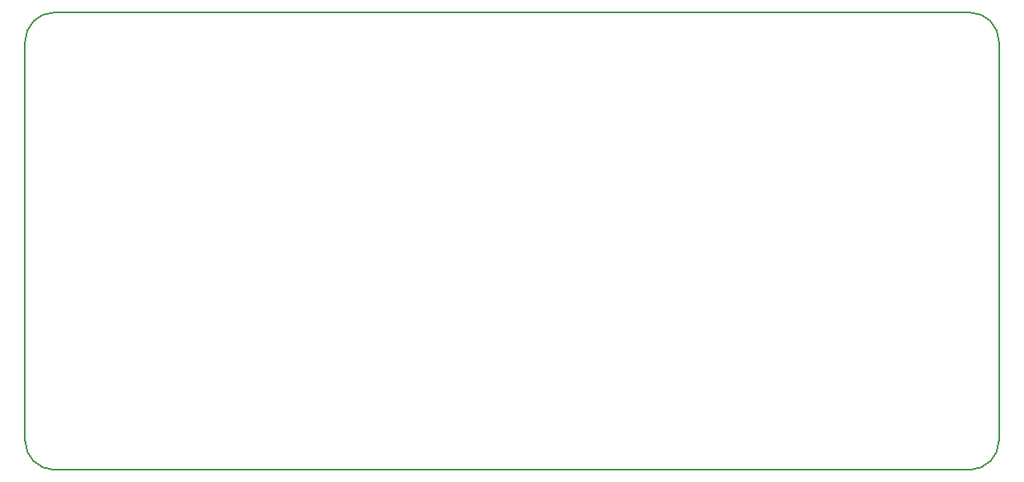
<source format=gm1>
G04 #@! TF.GenerationSoftware,KiCad,Pcbnew,5.1.5*
G04 #@! TF.CreationDate,2020-03-31T14:32:58+02:00*
G04 #@! TF.ProjectId,nixie_2_digit_board,6e697869-655f-4325-9f64-696769745f62,rev?*
G04 #@! TF.SameCoordinates,Original*
G04 #@! TF.FileFunction,Profile,NP*
%FSLAX46Y46*%
G04 Gerber Fmt 4.6, Leading zero omitted, Abs format (unit mm)*
G04 Created by KiCad (PCBNEW 5.1.5) date 2020-03-31 14:32:58*
%MOMM*%
%LPD*%
G04 APERTURE LIST*
%ADD10C,0.150000*%
G04 APERTURE END LIST*
D10*
X116000000Y-64000000D02*
G75*
G03X113000000Y-67000000I0J-3000000D01*
G01*
X210000000Y-111000000D02*
G75*
G03X213000000Y-108000000I0J3000000D01*
G01*
X213000000Y-67000000D02*
G75*
G03X210000000Y-64000000I-3000000J0D01*
G01*
X213000000Y-108000000D02*
X213000000Y-67000000D01*
X116000000Y-64000000D02*
X210000000Y-64000000D01*
X113000000Y-108000000D02*
G75*
G03X116000000Y-111000000I3000000J0D01*
G01*
X116000000Y-64000000D02*
G75*
G03X113000000Y-67000000I0J-3000000D01*
G01*
X116000000Y-111000000D02*
X210000000Y-111000000D01*
X113000000Y-67000000D02*
X113000000Y-108000000D01*
M02*

</source>
